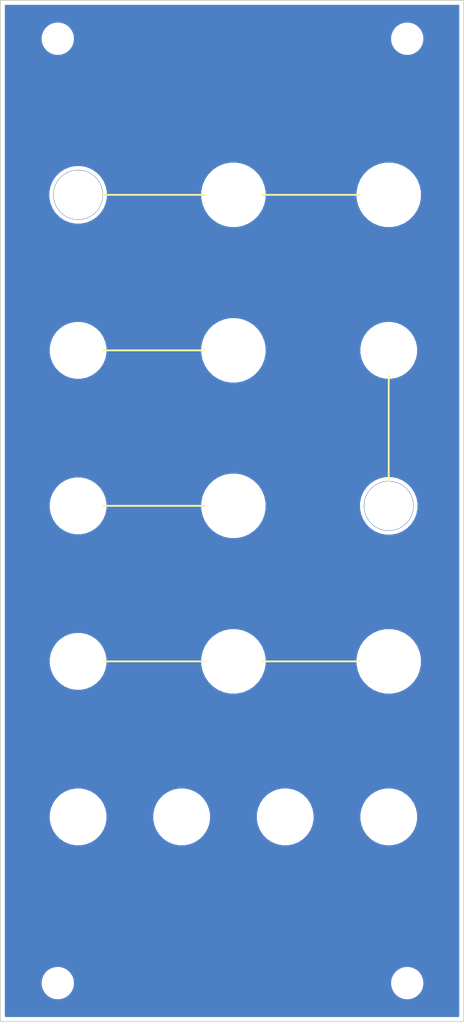
<source format=kicad_pcb>
(kicad_pcb (version 20171130) (host pcbnew "(5.1.4)-1")

  (general
    (thickness 1.6)
    (drawings 11)
    (tracks 0)
    (zones 0)
    (modules 24)
    (nets 1)
  )

  (page A4)
  (title_block
    (title X4046)
    (date 2019-09-02)
    (rev R01)
    (comment 1 "Panel PCB")
    (comment 2 "Original design by Thomas Henry")
    (comment 4 "License CC BY 4.0 - Attribution 4.0 International")
  )

  (layers
    (0 F.Cu signal)
    (31 B.Cu signal)
    (32 B.Adhes user)
    (33 F.Adhes user)
    (34 B.Paste user)
    (35 F.Paste user)
    (36 B.SilkS user)
    (37 F.SilkS user)
    (38 B.Mask user)
    (39 F.Mask user)
    (40 Dwgs.User user)
    (41 Cmts.User user)
    (42 Eco1.User user)
    (43 Eco2.User user)
    (44 Edge.Cuts user)
    (45 Margin user)
    (46 B.CrtYd user)
    (47 F.CrtYd user)
    (48 B.Fab user)
    (49 F.Fab user)
  )

  (setup
    (last_trace_width 0.25)
    (trace_clearance 0.2)
    (zone_clearance 0.508)
    (zone_45_only no)
    (trace_min 0.2)
    (via_size 0.8)
    (via_drill 0.4)
    (via_min_size 0.4)
    (via_min_drill 0.3)
    (uvia_size 0.3)
    (uvia_drill 0.1)
    (uvias_allowed no)
    (uvia_min_size 0.2)
    (uvia_min_drill 0.1)
    (edge_width 0.05)
    (segment_width 0.2)
    (pcb_text_width 0.3)
    (pcb_text_size 1.5 1.5)
    (mod_edge_width 0.12)
    (mod_text_size 1 1)
    (mod_text_width 0.15)
    (pad_size 6.4 6.4)
    (pad_drill 6.4)
    (pad_to_mask_clearance 0.051)
    (solder_mask_min_width 0.25)
    (aux_axis_origin 0 0)
    (visible_elements 7FFFFFFF)
    (pcbplotparams
      (layerselection 0x010fc_ffffffff)
      (usegerberextensions false)
      (usegerberattributes false)
      (usegerberadvancedattributes false)
      (creategerberjobfile false)
      (excludeedgelayer false)
      (linewidth 0.150000)
      (plotframeref false)
      (viasonmask false)
      (mode 1)
      (useauxorigin false)
      (hpglpennumber 1)
      (hpglpenspeed 20)
      (hpglpendiameter 15.000000)
      (psnegative false)
      (psa4output false)
      (plotreference true)
      (plotvalue true)
      (plotinvisibletext false)
      (padsonsilk false)
      (subtractmaskfromsilk false)
      (outputformat 1)
      (mirror false)
      (drillshape 0)
      (scaleselection 1)
      (outputdirectory "./gerbers"))
  )

  (net 0 "")

  (net_class Default "This is the default net class."
    (clearance 0.2)
    (trace_width 0.25)
    (via_dia 0.8)
    (via_drill 0.4)
    (uvia_dia 0.3)
    (uvia_drill 0.1)
  )

  (module elektrophon:waveshape_square (layer F.Cu) (tedit 5D6AF935) (tstamp 5EBD67D2)
    (at 76.2 131.826)
    (descr "Imported from ../../lib/kicad/elektrophon.pretty/saw.svg")
    (tags svg2mod)
    (attr smd)
    (fp_text reference svg2mod (at 0 -4.58823) (layer F.SilkS) hide
      (effects (font (size 1.524 1.524) (thickness 0.3048)))
    )
    (fp_text value G*** (at 0 11.176) (layer F.SilkS) hide
      (effects (font (size 1.524 1.524) (thickness 0.3048)))
    )
    (fp_line (start 2.032 9.652) (end 2.032 8.128) (layer F.Mask) (width 0.5))
    (fp_line (start 0 9.652) (end 2.032 9.652) (layer F.Mask) (width 0.5))
    (fp_line (start 0 7.112) (end 0 9.652) (layer F.Mask) (width 0.5))
    (fp_line (start -2.032 7.09577) (end -0.207183 7.09617) (layer F.Mask) (width 0.5))
    (fp_line (start -2.032 8.62667) (end -2.032 7.112) (layer F.Mask) (width 0.5))
  )

  (module elektrophon:waveshape_sine (layer F.Cu) (tedit 5D6AF917) (tstamp 5EBD6759)
    (at 62.653332 131.770809)
    (descr "Imported from ../../lib/kicad/elektrophon.pretty/sine.svg")
    (tags svg2mod)
    (attr smd)
    (fp_text reference svg2mod (at 0 -4.119191) (layer F.SilkS) hide
      (effects (font (size 1.524 1.524) (thickness 0.3048)))
    )
    (fp_text value G*** (at 0 11.684) (layer F.SilkS) hide
      (effects (font (size 1.524 1.524) (thickness 0.3048)))
    )
    (fp_line (start 2.333448 8.858449) (end 2.538214 8.476346) (layer F.Mask) (width 0.5))
    (fp_line (start 1.772845 9.510977) (end 2.333448 8.858449) (layer F.Mask) (width 0.5))
    (fp_line (start 1.384272 9.707191) (end 1.772845 9.510977) (layer F.Mask) (width 0.5))
    (fp_line (start 0.936943 9.693258) (end 1.384272 9.707191) (layer F.Mask) (width 0.5))
    (fp_line (start 0.440923 9.376595) (end 0.936943 9.693258) (layer F.Mask) (width 0.5))
    (fp_line (start -0.093719 8.664618) (end 0.440923 9.376595) (layer F.Mask) (width 0.5))
    (fp_line (start -0.620307 7.94493) (end -0.093719 8.664618) (layer F.Mask) (width 0.5))
    (fp_line (start -1.095093 7.607769) (end -0.620307 7.94493) (layer F.Mask) (width 0.5))
    (fp_line (start -1.512403 7.564809) (end -1.095093 7.607769) (layer F.Mask) (width 0.5))
    (fp_line (start -1.866564 7.727725) (end -1.512403 7.564809) (layer F.Mask) (width 0.5))
    (fp_line (start -2.362736 8.317877) (end -1.866564 7.727725) (layer F.Mask) (width 0.5))
    (fp_line (start -2.538214 8.671618) (end -2.362736 8.317877) (layer F.Mask) (width 0.5))
  )

  (module elektrophon:waveshape_saw (layer F.Cu) (tedit 5D6AF863) (tstamp 5EBD671C)
    (at 49.106666 131.826)
    (descr "Imported from ../../lib/kicad/elektrophon.pretty/fall.svg")
    (tags svg2mod)
    (attr smd)
    (fp_text reference svg2mod (at 0 -4.69341) (layer F.SilkS) hide
      (effects (font (size 1.524 1.524) (thickness 0.3048)))
    )
    (fp_text value G*** (at 0 11.684) (layer F.SilkS) hide
      (effects (font (size 1.524 1.524) (thickness 0.3048)))
    )
    (fp_line (start -1.016 7.49859) (end 2.54 9.652) (layer F.Mask) (width 0.5))
    (fp_line (start -1.016 9.652) (end -1.016 7.62) (layer F.Mask) (width 0.5))
  )

  (module elektrophon:waveshape_triangle (layer F.Cu) (tedit 5D6AF949) (tstamp 5EBD66FA)
    (at 35.56 131.96333)
    (descr "Imported from ../../lib/kicad/elektrophon.pretty/triangle.svg")
    (tags svg2mod)
    (attr smd)
    (fp_text reference svg2mod (at 0 -4.43467) (layer F.SilkS) hide
      (effects (font (size 1.524 1.524) (thickness 0.3048)))
    )
    (fp_text value G*** (at 0 11.176) (layer F.SilkS) hide
      (effects (font (size 1.524 1.524) (thickness 0.3048)))
    )
    (fp_line (start 1.524 9.51467) (end 2.54 7.82361) (layer F.Mask) (width 0.5))
    (fp_line (start -0.508 6.604) (end 1.524 9.51467) (layer F.Mask) (width 0.5))
    (fp_line (start -2.032 8.636) (end -0.508 6.604) (layer F.Mask) (width 0.5))
  )

  (module elektrophon:panel_potentiometer (layer F.Cu) (tedit 5DA46CEF) (tstamp 5DD36E24)
    (at 55.88 91.44)
    (descr "Mounting Hole 8.4mm, no annular, M8")
    (tags "mounting hole 8.4mm no annular m8")
    (path /5DD362E9)
    (attr virtual)
    (fp_text reference H13 (at 0 -9.4) (layer F.SilkS) hide
      (effects (font (size 1 1) (thickness 0.15)))
    )
    (fp_text value ATTEN (at 0 9.144) (layer F.Mask) hide
      (effects (font (size 2 1.4) (thickness 0.25)))
    )
    (fp_circle (center 0 0) (end 6.6 0) (layer F.CrtYd) (width 0.05))
    (fp_circle (center 0 0) (end 6.35 0) (layer Cmts.User) (width 0.15))
    (fp_text user %R (at 0.3 0) (layer F.Fab) hide
      (effects (font (size 1 1) (thickness 0.15)))
    )
    (pad "" np_thru_hole circle (at 0 0) (size 7.4 7.4) (drill 7.4) (layers *.Cu *.Mask))
    (model "${KIPRJMOD}/../../../lib/kicad/models/chroma cap.step"
      (offset (xyz 0 0 8))
      (scale (xyz 1 1 1))
      (rotate (xyz -90 0 0))
    )
  )

  (module elektrophon:panel_potentiometer (layer F.Cu) (tedit 5DA46CEF) (tstamp 5EBD0C09)
    (at 55.88 111.76)
    (descr "Mounting Hole 8.4mm, no annular, M8")
    (tags "mounting hole 8.4mm no annular m8")
    (path /5D6B1F10)
    (attr virtual)
    (fp_text reference H12 (at 0 -9.4) (layer F.SilkS) hide
      (effects (font (size 1 1) (thickness 0.15)))
    )
    (fp_text value ATTEN (at 0 9.144) (layer F.Mask) hide
      (effects (font (size 2 1.4) (thickness 0.25)))
    )
    (fp_circle (center 0 0) (end 6.6 0) (layer F.CrtYd) (width 0.05))
    (fp_circle (center 0 0) (end 6.35 0) (layer Cmts.User) (width 0.15))
    (fp_text user %R (at 0.3 0) (layer F.Fab) hide
      (effects (font (size 1 1) (thickness 0.15)))
    )
    (pad "" np_thru_hole circle (at 0 0) (size 7.4 7.4) (drill 7.4) (layers *.Cu *.Mask))
    (model "${KIPRJMOD}/../../../lib/kicad/models/chroma cap.step"
      (offset (xyz 0 0 8))
      (scale (xyz 1 1 1))
      (rotate (xyz -90 0 0))
    )
  )

  (module elektrophon:panel_potentiometer (layer F.Cu) (tedit 5DA46CEF) (tstamp 5EBD0C01)
    (at 55.88 50.8)
    (descr "Mounting Hole 8.4mm, no annular, M8")
    (tags "mounting hole 8.4mm no annular m8")
    (path /5D6B4FBA)
    (attr virtual)
    (fp_text reference H11 (at 0 -9.4) (layer F.SilkS) hide
      (effects (font (size 1 1) (thickness 0.15)))
    )
    (fp_text value coarse (at 0 9.144) (layer F.Mask)
      (effects (font (size 2 1.4) (thickness 0.25)))
    )
    (fp_circle (center 0 0) (end 6.6 0) (layer F.CrtYd) (width 0.05))
    (fp_circle (center 0 0) (end 6.35 0) (layer Cmts.User) (width 0.15))
    (fp_text user %R (at 0.3 0) (layer F.Fab)
      (effects (font (size 1 1) (thickness 0.15)))
    )
    (pad "" np_thru_hole circle (at 0 0) (size 7.4 7.4) (drill 7.4) (layers *.Cu *.Mask))
    (model "${KIPRJMOD}/../../../lib/kicad/models/chroma cap.step"
      (offset (xyz 0 0 8))
      (scale (xyz 1 1 1))
      (rotate (xyz -90 0 0))
    )
  )

  (module elektrophon:panel_potentiometer (layer F.Cu) (tedit 5DA46CEF) (tstamp 5DA326EC)
    (at 55.88 71.12)
    (descr "Mounting Hole 8.4mm, no annular, M8")
    (tags "mounting hole 8.4mm no annular m8")
    (path /5D6B1F16)
    (attr virtual)
    (fp_text reference H10 (at 0 -9.4) (layer F.SilkS) hide
      (effects (font (size 1 1) (thickness 0.15)))
    )
    (fp_text value ATTEN (at 0 9.144) (layer F.Mask) hide
      (effects (font (size 2 1.4) (thickness 0.25)))
    )
    (fp_circle (center 0 0) (end 6.6 0) (layer F.CrtYd) (width 0.05))
    (fp_circle (center 0 0) (end 6.35 0) (layer Cmts.User) (width 0.15))
    (fp_text user %R (at 0.3 0) (layer F.Fab) hide
      (effects (font (size 1 1) (thickness 0.15)))
    )
    (pad "" np_thru_hole circle (at 0 0) (size 7.4 7.4) (drill 7.4) (layers *.Cu *.Mask))
    (model "${KIPRJMOD}/../../../lib/kicad/models/chroma cap.step"
      (offset (xyz 0 0 8))
      (scale (xyz 1 1 1))
      (rotate (xyz -90 0 0))
    )
  )

  (module elektrophon:SWITCH_HOLE (layer F.Cu) (tedit 5D6AF1FE) (tstamp 5EBD0C25)
    (at 76.2 91.44)
    (path /5D6AF633)
    (fp_text reference H16 (at 0 -6.604) (layer F.SilkS) hide
      (effects (font (size 1 1) (thickness 0.15)))
    )
    (fp_text value sync (at 0 8.636) (layer F.Mask)
      (effects (font (size 2 1.4) (thickness 0.25)))
    )
    (pad "" np_thru_hole circle (at 0 0) (size 6.5 6.5) (drill 6.4) (layers *.Cu *.Mask)
      (zone_connect 0))
    (model "/home/etienne/Projects/elektrophon/lib/kicad/models/SPDT Toggle Switch.stp"
      (offset (xyz 12.5 3.5 -11.5))
      (scale (xyz 1 1 1))
      (rotate (xyz -90 0 0))
    )
  )

  (module elektrophon:panel_potentiometer (layer F.Cu) (tedit 5DA46CEF) (tstamp 5EBD0C20)
    (at 76.2 111.76)
    (descr "Mounting Hole 8.4mm, no annular, M8")
    (tags "mounting hole 8.4mm no annular m8")
    (path /5D6B1F1C)
    (attr virtual)
    (fp_text reference H15 (at 0 -9.4) (layer F.SilkS) hide
      (effects (font (size 1 1) (thickness 0.15)))
    )
    (fp_text value initial (at 0 9.144) (layer F.Mask)
      (effects (font (size 2 1.4) (thickness 0.25)))
    )
    (fp_circle (center 0 0) (end 6.6 0) (layer F.CrtYd) (width 0.05))
    (fp_circle (center 0 0) (end 6.35 0) (layer Cmts.User) (width 0.15))
    (fp_text user %R (at 0.3 0) (layer F.Fab)
      (effects (font (size 1 1) (thickness 0.15)))
    )
    (pad "" np_thru_hole circle (at 0 0) (size 7.4 7.4) (drill 7.4) (layers *.Cu *.Mask))
    (model "${KIPRJMOD}/../../../lib/kicad/models/chroma cap.step"
      (offset (xyz 0 0 8))
      (scale (xyz 1 1 1))
      (rotate (xyz -90 0 0))
    )
  )

  (module elektrophon:panel_potentiometer (layer F.Cu) (tedit 5DA46CEF) (tstamp 5EBD0C18)
    (at 76.2 50.8)
    (descr "Mounting Hole 8.4mm, no annular, M8")
    (tags "mounting hole 8.4mm no annular m8")
    (path /5D6B18DA)
    (attr virtual)
    (fp_text reference H14 (at 0 -9.4) (layer F.SilkS) hide
      (effects (font (size 1 1) (thickness 0.15)))
    )
    (fp_text value fine (at 0 9.144) (layer F.Mask)
      (effects (font (size 2 1.4) (thickness 0.25)))
    )
    (fp_circle (center 0 0) (end 6.6 0) (layer F.CrtYd) (width 0.05))
    (fp_circle (center 0 0) (end 6.35 0) (layer Cmts.User) (width 0.15))
    (fp_text user %R (at 0.3 0) (layer F.Fab)
      (effects (font (size 1 1) (thickness 0.15)))
    )
    (pad "" np_thru_hole circle (at 0 0) (size 7.4 7.4) (drill 7.4) (layers *.Cu *.Mask))
    (model "${KIPRJMOD}/../../../lib/kicad/models/chroma cap.step"
      (offset (xyz 0 0 8))
      (scale (xyz 1 1 1))
      (rotate (xyz -90 0 0))
    )
  )

  (module elektrophon:panel_jack (layer F.Cu) (tedit 5DA46DDA) (tstamp 5EBD0BF2)
    (at 76.2 132.08)
    (descr "Mounting Hole 8.4mm, no annular, M8")
    (tags "mounting hole 8.4mm no annular m8")
    (path /5EBD4436)
    (attr virtual)
    (fp_text reference H9 (at 0 -9.4) (layer F.SilkS) hide
      (effects (font (size 1 1) (thickness 0.15)))
    )
    (fp_text value PULSE (at 0 9.144) (layer F.Mask) hide
      (effects (font (size 2 1.4) (thickness 0.25)))
    )
    (fp_circle (center 0 0) (end 4.2 0) (layer F.CrtYd) (width 0.05))
    (fp_circle (center 0 0) (end 4 0) (layer Cmts.User) (width 0.15))
    (fp_text user %R (at 0.3 0) (layer F.Fab) hide
      (effects (font (size 1 1) (thickness 0.15)))
    )
    (pad "" np_thru_hole circle (at 0 0) (size 6.4 6.4) (drill 6.4) (layers *.Cu *.Mask))
    (model "${KIPRJMOD}/../../../lib/kicad/models/PJ301M-12 Thonkiconn v0.2.stp"
      (offset (xyz 0 0.8 -10.5))
      (scale (xyz 1 1 1))
      (rotate (xyz 0 0 0))
    )
  )

  (module elektrophon:panel_jack (layer F.Cu) (tedit 5DA46DDA) (tstamp 5EBD0BEA)
    (at 62.653332 132.08)
    (descr "Mounting Hole 8.4mm, no annular, M8")
    (tags "mounting hole 8.4mm no annular m8")
    (path /5EBD42F6)
    (attr virtual)
    (fp_text reference H8 (at 0 -9.4) (layer F.SilkS) hide
      (effects (font (size 1 1) (thickness 0.15)))
    )
    (fp_text value SINE (at 0 9.144) (layer F.Mask) hide
      (effects (font (size 2 1.4) (thickness 0.25)))
    )
    (fp_circle (center 0 0) (end 4.2 0) (layer F.CrtYd) (width 0.05))
    (fp_circle (center 0 0) (end 4 0) (layer Cmts.User) (width 0.15))
    (fp_text user %R (at 0.3 0) (layer F.Fab) hide
      (effects (font (size 1 1) (thickness 0.15)))
    )
    (pad "" np_thru_hole circle (at 0 0) (size 6.4 6.4) (drill 6.4) (layers *.Cu *.Mask))
    (model "${KIPRJMOD}/../../../lib/kicad/models/PJ301M-12 Thonkiconn v0.2.stp"
      (offset (xyz 0 0.8 -10.5))
      (scale (xyz 1 1 1))
      (rotate (xyz 0 0 0))
    )
  )

  (module elektrophon:panel_jack (layer F.Cu) (tedit 5DA46DDA) (tstamp 5EBD0BE2)
    (at 49.106666 132.08)
    (descr "Mounting Hole 8.4mm, no annular, M8")
    (tags "mounting hole 8.4mm no annular m8")
    (path /5EBD41FF)
    (attr virtual)
    (fp_text reference H7 (at 0 -9.4) (layer F.SilkS) hide
      (effects (font (size 1 1) (thickness 0.15)))
    )
    (fp_text value SAW (at 0 9.144) (layer F.Mask) hide
      (effects (font (size 2 1.4) (thickness 0.25)))
    )
    (fp_circle (center 0 0) (end 4.2 0) (layer F.CrtYd) (width 0.05))
    (fp_circle (center 0 0) (end 4 0) (layer Cmts.User) (width 0.15))
    (fp_text user %R (at 0.3 0) (layer F.Fab) hide
      (effects (font (size 1 1) (thickness 0.15)))
    )
    (pad "" np_thru_hole circle (at 0 0) (size 6.4 6.4) (drill 6.4) (layers *.Cu *.Mask))
    (model "${KIPRJMOD}/../../../lib/kicad/models/PJ301M-12 Thonkiconn v0.2.stp"
      (offset (xyz 0 0.8 -10.5))
      (scale (xyz 1 1 1))
      (rotate (xyz 0 0 0))
    )
  )

  (module elektrophon:panel_jack (layer F.Cu) (tedit 5DA46DDA) (tstamp 5EBD0BDA)
    (at 76.2 71.12)
    (descr "Mounting Hole 8.4mm, no annular, M8")
    (tags "mounting hole 8.4mm no annular m8")
    (path /5DD35930)
    (attr virtual)
    (fp_text reference H6 (at 0 -9.4) (layer F.SilkS) hide
      (effects (font (size 1 1) (thickness 0.15)))
    )
    (fp_text value SYNC (at 0 9.144) (layer F.Mask) hide
      (effects (font (size 2 1.4) (thickness 0.25)))
    )
    (fp_circle (center 0 0) (end 4.2 0) (layer F.CrtYd) (width 0.05))
    (fp_circle (center 0 0) (end 4 0) (layer Cmts.User) (width 0.15))
    (fp_text user %R (at 0.3 0) (layer F.Fab) hide
      (effects (font (size 1 1) (thickness 0.15)))
    )
    (pad "" np_thru_hole circle (at 0 0) (size 6.4 6.4) (drill 6.4) (layers *.Cu *.Mask))
    (model "${KIPRJMOD}/../../../lib/kicad/models/PJ301M-12 Thonkiconn v0.2.stp"
      (offset (xyz 0 0.8 -10.5))
      (scale (xyz 1 1 1))
      (rotate (xyz 0 0 0))
    )
  )

  (module elektrophon:panel_jack (layer F.Cu) (tedit 5DA46DDA) (tstamp 5EBD0BD2)
    (at 35.56 111.76)
    (descr "Mounting Hole 8.4mm, no annular, M8")
    (tags "mounting hole 8.4mm no annular m8")
    (path /5D6B18CE)
    (attr virtual)
    (fp_text reference H5 (at 0 -9.4) (layer F.SilkS) hide
      (effects (font (size 1 1) (thickness 0.15)))
    )
    (fp_text value pwm (at 0 9.144) (layer F.Mask)
      (effects (font (size 2 1.4) (thickness 0.25)))
    )
    (fp_circle (center 0 0) (end 4.2 0) (layer F.CrtYd) (width 0.05))
    (fp_circle (center 0 0) (end 4 0) (layer Cmts.User) (width 0.15))
    (fp_text user %R (at 0.3 0) (layer F.Fab)
      (effects (font (size 1 1) (thickness 0.15)))
    )
    (pad "" np_thru_hole circle (at 0 0) (size 6.4 6.4) (drill 6.4) (layers *.Cu *.Mask))
    (model "${KIPRJMOD}/../../../lib/kicad/models/PJ301M-12 Thonkiconn v0.2.stp"
      (offset (xyz 0 0.8 -10.5))
      (scale (xyz 1 1 1))
      (rotate (xyz 0 0 0))
    )
  )

  (module elektrophon:SWITCH_HOLE (layer F.Cu) (tedit 5D6AF1FE) (tstamp 5EBD0BCA)
    (at 35.56 50.8)
    (path /5DA3331D)
    (fp_text reference H4 (at 0 -6.604) (layer F.SilkS) hide
      (effects (font (size 1 1) (thickness 0.15)))
    )
    (fp_text value 1v/oct (at 0 8.636) (layer F.Mask)
      (effects (font (size 2 1.4) (thickness 0.25)))
    )
    (pad "" np_thru_hole circle (at 0 0) (size 6.5 6.5) (drill 6.4) (layers *.Cu *.Mask)
      (zone_connect 0))
    (model "/home/etienne/Projects/elektrophon/lib/kicad/models/SPDT Toggle Switch.stp"
      (offset (xyz 12.5 3.5 -11.5))
      (scale (xyz 1 1 1))
      (rotate (xyz -90 0 0))
    )
  )

  (module elektrophon:panel_jack (layer F.Cu) (tedit 5DA46DDA) (tstamp 5EBD0BC5)
    (at 35.56 91.44)
    (descr "Mounting Hole 8.4mm, no annular, M8")
    (tags "mounting hole 8.4mm no annular m8")
    (path /5DE3D3E9)
    (attr virtual)
    (fp_text reference H3 (at 0 -9.4) (layer F.SilkS) hide
      (effects (font (size 1 1) (thickness 0.15)))
    )
    (fp_text value "lin fm" (at 0 9.144) (layer F.Mask)
      (effects (font (size 2 1.4) (thickness 0.25)))
    )
    (fp_circle (center 0 0) (end 4.2 0) (layer F.CrtYd) (width 0.05))
    (fp_circle (center 0 0) (end 4 0) (layer Cmts.User) (width 0.15))
    (fp_text user %R (at 0.3 0) (layer F.Fab)
      (effects (font (size 1 1) (thickness 0.15)))
    )
    (pad "" np_thru_hole circle (at 0 0) (size 6.4 6.4) (drill 6.4) (layers *.Cu *.Mask))
    (model "${KIPRJMOD}/../../../lib/kicad/models/PJ301M-12 Thonkiconn v0.2.stp"
      (offset (xyz 0 0.8 -10.5))
      (scale (xyz 1 1 1))
      (rotate (xyz 0 0 0))
    )
  )

  (module elektrophon:panel_jack (layer F.Cu) (tedit 5DA46DDA) (tstamp 5EBD0BB6)
    (at 35.56 132.08)
    (descr "Mounting Hole 8.4mm, no annular, M8")
    (tags "mounting hole 8.4mm no annular m8")
    (path /5EBD4082)
    (attr virtual)
    (fp_text reference H1 (at 0 -9.4) (layer F.SilkS) hide
      (effects (font (size 1 1) (thickness 0.15)))
    )
    (fp_text value TRIANGLE (at 0 9.144) (layer F.Mask) hide
      (effects (font (size 2 1.4) (thickness 0.25)))
    )
    (fp_circle (center 0 0) (end 4.2 0) (layer F.CrtYd) (width 0.05))
    (fp_circle (center 0 0) (end 4 0) (layer Cmts.User) (width 0.15))
    (fp_text user %R (at 0.3 0) (layer F.Fab) hide
      (effects (font (size 1 1) (thickness 0.15)))
    )
    (pad "" np_thru_hole circle (at 0 0) (size 6.4 6.4) (drill 6.4) (layers *.Cu *.Mask))
    (model "${KIPRJMOD}/../../../lib/kicad/models/PJ301M-12 Thonkiconn v0.2.stp"
      (offset (xyz 0 0.8 -10.5))
      (scale (xyz 1 1 1))
      (rotate (xyz 0 0 0))
    )
  )

  (module elektrophon:panel_jack (layer F.Cu) (tedit 5DA46DDA) (tstamp 5DA32690)
    (at 35.56 71.12)
    (descr "Mounting Hole 8.4mm, no annular, M8")
    (tags "mounting hole 8.4mm no annular m8")
    (path /5D6AF58E)
    (attr virtual)
    (fp_text reference H2 (at 0 -9.4) (layer F.SilkS) hide
      (effects (font (size 1 1) (thickness 0.15)))
    )
    (fp_text value "exp fm" (at 0 9.144) (layer F.Mask)
      (effects (font (size 2 1.4) (thickness 0.25)))
    )
    (fp_circle (center 0 0) (end 4.2 0) (layer F.CrtYd) (width 0.05))
    (fp_circle (center 0 0) (end 4 0) (layer Cmts.User) (width 0.15))
    (fp_text user %R (at 0.3 0) (layer F.Fab) hide
      (effects (font (size 1 1) (thickness 0.15)))
    )
    (pad "" np_thru_hole circle (at 0 0) (size 6.4 6.4) (drill 6.4) (layers *.Cu *.Mask))
    (model "${KIPRJMOD}/../../../lib/kicad/models/PJ301M-12 Thonkiconn v0.2.stp"
      (offset (xyz 0 0.8 -10.5))
      (scale (xyz 1 1 1))
      (rotate (xyz 0 0 0))
    )
  )

  (module MountingHole:MountingHole_3.2mm_M3 locked (layer F.Cu) (tedit 56D1B4CB) (tstamp 5D6C7189)
    (at 78.62 153.8)
    (descr "Mounting Hole 3.2mm, no annular, M3")
    (tags "mounting hole 3.2mm no annular m3")
    (path /5D6C254B)
    (attr virtual)
    (fp_text reference H20 (at 0 -4.2) (layer F.SilkS) hide
      (effects (font (size 1 1) (thickness 0.15)))
    )
    (fp_text value MountingHole (at 0 4.2) (layer F.Fab) hide
      (effects (font (size 1 1) (thickness 0.15)))
    )
    (fp_circle (center 0 0) (end 3.45 0) (layer F.CrtYd) (width 0.05))
    (fp_circle (center 0 0) (end 3.2 0) (layer Cmts.User) (width 0.15))
    (fp_text user %R (at 0.3 0) (layer F.Fab) hide
      (effects (font (size 1 1) (thickness 0.15)))
    )
    (pad 1 np_thru_hole circle (at 0 0) (size 3.2 3.2) (drill 3.2) (layers *.Cu *.Mask))
  )

  (module MountingHole:MountingHole_3.2mm_M3 locked (layer F.Cu) (tedit 56D1B4CB) (tstamp 5D6C7181)
    (at 78.62 30.4)
    (descr "Mounting Hole 3.2mm, no annular, M3")
    (tags "mounting hole 3.2mm no annular m3")
    (path /5D6C22FB)
    (attr virtual)
    (fp_text reference H19 (at 0 -4.2) (layer F.SilkS) hide
      (effects (font (size 1 1) (thickness 0.15)))
    )
    (fp_text value MountingHole (at 0 4.2) (layer F.Fab) hide
      (effects (font (size 1 1) (thickness 0.15)))
    )
    (fp_circle (center 0 0) (end 3.45 0) (layer F.CrtYd) (width 0.05))
    (fp_circle (center 0 0) (end 3.2 0) (layer Cmts.User) (width 0.15))
    (fp_text user %R (at 0.3 0) (layer F.Fab) hide
      (effects (font (size 1 1) (thickness 0.15)))
    )
    (pad 1 np_thru_hole circle (at 0 0) (size 3.2 3.2) (drill 3.2) (layers *.Cu *.Mask))
  )

  (module MountingHole:MountingHole_3.2mm_M3 locked (layer F.Cu) (tedit 56D1B4CB) (tstamp 5D6C7179)
    (at 32.9 153.8)
    (descr "Mounting Hole 3.2mm, no annular, M3")
    (tags "mounting hole 3.2mm no annular m3")
    (path /5D6C2167)
    (attr virtual)
    (fp_text reference H18 (at 0 -4.2) (layer F.SilkS) hide
      (effects (font (size 1 1) (thickness 0.15)))
    )
    (fp_text value MountingHole (at 0 4.2) (layer F.Fab) hide
      (effects (font (size 1 1) (thickness 0.15)))
    )
    (fp_circle (center 0 0) (end 3.45 0) (layer F.CrtYd) (width 0.05))
    (fp_circle (center 0 0) (end 3.2 0) (layer Cmts.User) (width 0.15))
    (fp_text user %R (at 0.3 0) (layer F.Fab) hide
      (effects (font (size 1 1) (thickness 0.15)))
    )
    (pad 1 np_thru_hole circle (at 0 0) (size 3.2 3.2) (drill 3.2) (layers *.Cu *.Mask))
  )

  (module MountingHole:MountingHole_3.2mm_M3 locked (layer F.Cu) (tedit 56D1B4CB) (tstamp 5D6C7171)
    (at 32.9 30.4)
    (descr "Mounting Hole 3.2mm, no annular, M3")
    (tags "mounting hole 3.2mm no annular m3")
    (path /5D6C1F77)
    (attr virtual)
    (fp_text reference H17 (at 0 -4.2) (layer F.SilkS) hide
      (effects (font (size 1 1) (thickness 0.15)))
    )
    (fp_text value MountingHole (at 0 4.2) (layer F.Fab) hide
      (effects (font (size 1 1) (thickness 0.15)))
    )
    (fp_circle (center 0 0) (end 3.45 0) (layer F.CrtYd) (width 0.05))
    (fp_circle (center 0 0) (end 3.2 0) (layer Cmts.User) (width 0.15))
    (fp_text user %R (at 0.3 0) (layer F.Fab) hide
      (effects (font (size 1 1) (thickness 0.15)))
    )
    (pad 1 np_thru_hole circle (at 0 0) (size 3.2 3.2) (drill 3.2) (layers *.Cu *.Mask))
  )

  (gr_line (start 35.56 111.76) (end 76.2 111.76) (layer F.SilkS) (width 0.25))
  (gr_line (start 55.88 91.44) (end 35.56 91.44) (layer F.SilkS) (width 0.25))
  (gr_line (start 76.2 71.12) (end 76.2 91.44) (layer F.SilkS) (width 0.25))
  (gr_line (start 35.56 71.12) (end 55.88 71.12) (layer F.SilkS) (width 0.25))
  (gr_line (start 35.56 50.8) (end 76.2 50.8) (layer F.SilkS) (width 0.25))
  (gr_text R01 (at 69.85 153.67) (layer F.Cu)
    (effects (font (size 2 1.4) (thickness 0.25)))
  )
  (gr_text "vco\n" (at 55.88 30.48) (layer F.Mask)
    (effects (font (size 3 3) (thickness 0.35)))
  )
  (gr_line (start 86 158.8) (end 25.4 158.8) (layer Edge.Cuts) (width 0.12))
  (gr_line (start 86 25.4) (end 86 158.8) (layer Edge.Cuts) (width 0.12))
  (gr_line (start 25.4 25.4) (end 25.4 158.8) (layer Edge.Cuts) (width 0.12))
  (gr_line (start 25.4 25.4) (end 86 25.4) (layer Edge.Cuts) (width 0.12))

  (zone (net 0) (net_name "") (layer B.Cu) (tstamp 5D6DC77A) (hatch edge 0.508)
    (connect_pads (clearance 0.508))
    (min_thickness 0.254)
    (fill yes (arc_segments 32) (thermal_gap 0.508) (thermal_bridge_width 0.508))
    (polygon
      (pts
        (xy 25.43 25.4) (xy 85.882 25.751) (xy 85.822 159.161) (xy 25.4 158.75)
      )
    )
    (filled_polygon
      (pts
        (xy 85.305001 158.105) (xy 26.095 158.105) (xy 26.095 153.579872) (xy 30.665 153.579872) (xy 30.665 154.020128)
        (xy 30.75089 154.451925) (xy 30.919369 154.858669) (xy 31.163962 155.224729) (xy 31.475271 155.536038) (xy 31.841331 155.780631)
        (xy 32.248075 155.94911) (xy 32.679872 156.035) (xy 33.120128 156.035) (xy 33.551925 155.94911) (xy 33.958669 155.780631)
        (xy 34.324729 155.536038) (xy 34.636038 155.224729) (xy 34.880631 154.858669) (xy 35.04911 154.451925) (xy 35.135 154.020128)
        (xy 35.135 153.579872) (xy 76.385 153.579872) (xy 76.385 154.020128) (xy 76.47089 154.451925) (xy 76.639369 154.858669)
        (xy 76.883962 155.224729) (xy 77.195271 155.536038) (xy 77.561331 155.780631) (xy 77.968075 155.94911) (xy 78.399872 156.035)
        (xy 78.840128 156.035) (xy 79.271925 155.94911) (xy 79.678669 155.780631) (xy 80.044729 155.536038) (xy 80.356038 155.224729)
        (xy 80.600631 154.858669) (xy 80.76911 154.451925) (xy 80.855 154.020128) (xy 80.855 153.579872) (xy 80.76911 153.148075)
        (xy 80.600631 152.741331) (xy 80.356038 152.375271) (xy 80.044729 152.063962) (xy 79.678669 151.819369) (xy 79.271925 151.65089)
        (xy 78.840128 151.565) (xy 78.399872 151.565) (xy 77.968075 151.65089) (xy 77.561331 151.819369) (xy 77.195271 152.063962)
        (xy 76.883962 152.375271) (xy 76.639369 152.741331) (xy 76.47089 153.148075) (xy 76.385 153.579872) (xy 35.135 153.579872)
        (xy 35.04911 153.148075) (xy 34.880631 152.741331) (xy 34.636038 152.375271) (xy 34.324729 152.063962) (xy 33.958669 151.819369)
        (xy 33.551925 151.65089) (xy 33.120128 151.565) (xy 32.679872 151.565) (xy 32.248075 151.65089) (xy 31.841331 151.819369)
        (xy 31.475271 152.063962) (xy 31.163962 152.375271) (xy 30.919369 152.741331) (xy 30.75089 153.148075) (xy 30.665 153.579872)
        (xy 26.095 153.579872) (xy 26.095 131.702285) (xy 31.725 131.702285) (xy 31.725 132.457715) (xy 31.872377 133.198628)
        (xy 32.161467 133.896554) (xy 32.581161 134.52467) (xy 33.11533 135.058839) (xy 33.743446 135.478533) (xy 34.441372 135.767623)
        (xy 35.182285 135.915) (xy 35.937715 135.915) (xy 36.678628 135.767623) (xy 37.376554 135.478533) (xy 38.00467 135.058839)
        (xy 38.538839 134.52467) (xy 38.958533 133.896554) (xy 39.247623 133.198628) (xy 39.395 132.457715) (xy 39.395 131.702285)
        (xy 45.271666 131.702285) (xy 45.271666 132.457715) (xy 45.419043 133.198628) (xy 45.708133 133.896554) (xy 46.127827 134.52467)
        (xy 46.661996 135.058839) (xy 47.290112 135.478533) (xy 47.988038 135.767623) (xy 48.728951 135.915) (xy 49.484381 135.915)
        (xy 50.225294 135.767623) (xy 50.92322 135.478533) (xy 51.551336 135.058839) (xy 52.085505 134.52467) (xy 52.505199 133.896554)
        (xy 52.794289 133.198628) (xy 52.941666 132.457715) (xy 52.941666 131.702285) (xy 58.818332 131.702285) (xy 58.818332 132.457715)
        (xy 58.965709 133.198628) (xy 59.254799 133.896554) (xy 59.674493 134.52467) (xy 60.208662 135.058839) (xy 60.836778 135.478533)
        (xy 61.534704 135.767623) (xy 62.275617 135.915) (xy 63.031047 135.915) (xy 63.77196 135.767623) (xy 64.469886 135.478533)
        (xy 65.098002 135.058839) (xy 65.632171 134.52467) (xy 66.051865 133.896554) (xy 66.340955 133.198628) (xy 66.488332 132.457715)
        (xy 66.488332 131.702285) (xy 72.365 131.702285) (xy 72.365 132.457715) (xy 72.512377 133.198628) (xy 72.801467 133.896554)
        (xy 73.221161 134.52467) (xy 73.75533 135.058839) (xy 74.383446 135.478533) (xy 75.081372 135.767623) (xy 75.822285 135.915)
        (xy 76.577715 135.915) (xy 77.318628 135.767623) (xy 78.016554 135.478533) (xy 78.64467 135.058839) (xy 79.178839 134.52467)
        (xy 79.598533 133.896554) (xy 79.887623 133.198628) (xy 80.035 132.457715) (xy 80.035 131.702285) (xy 79.887623 130.961372)
        (xy 79.598533 130.263446) (xy 79.178839 129.63533) (xy 78.64467 129.101161) (xy 78.016554 128.681467) (xy 77.318628 128.392377)
        (xy 76.577715 128.245) (xy 75.822285 128.245) (xy 75.081372 128.392377) (xy 74.383446 128.681467) (xy 73.75533 129.101161)
        (xy 73.221161 129.63533) (xy 72.801467 130.263446) (xy 72.512377 130.961372) (xy 72.365 131.702285) (xy 66.488332 131.702285)
        (xy 66.340955 130.961372) (xy 66.051865 130.263446) (xy 65.632171 129.63533) (xy 65.098002 129.101161) (xy 64.469886 128.681467)
        (xy 63.77196 128.392377) (xy 63.031047 128.245) (xy 62.275617 128.245) (xy 61.534704 128.392377) (xy 60.836778 128.681467)
        (xy 60.208662 129.101161) (xy 59.674493 129.63533) (xy 59.254799 130.263446) (xy 58.965709 130.961372) (xy 58.818332 131.702285)
        (xy 52.941666 131.702285) (xy 52.794289 130.961372) (xy 52.505199 130.263446) (xy 52.085505 129.63533) (xy 51.551336 129.101161)
        (xy 50.92322 128.681467) (xy 50.225294 128.392377) (xy 49.484381 128.245) (xy 48.728951 128.245) (xy 47.988038 128.392377)
        (xy 47.290112 128.681467) (xy 46.661996 129.101161) (xy 46.127827 129.63533) (xy 45.708133 130.263446) (xy 45.419043 130.961372)
        (xy 45.271666 131.702285) (xy 39.395 131.702285) (xy 39.247623 130.961372) (xy 38.958533 130.263446) (xy 38.538839 129.63533)
        (xy 38.00467 129.101161) (xy 37.376554 128.681467) (xy 36.678628 128.392377) (xy 35.937715 128.245) (xy 35.182285 128.245)
        (xy 34.441372 128.392377) (xy 33.743446 128.681467) (xy 33.11533 129.101161) (xy 32.581161 129.63533) (xy 32.161467 130.263446)
        (xy 31.872377 130.961372) (xy 31.725 131.702285) (xy 26.095 131.702285) (xy 26.095 111.382285) (xy 31.725 111.382285)
        (xy 31.725 112.137715) (xy 31.872377 112.878628) (xy 32.161467 113.576554) (xy 32.581161 114.20467) (xy 33.11533 114.738839)
        (xy 33.743446 115.158533) (xy 34.441372 115.447623) (xy 35.182285 115.595) (xy 35.937715 115.595) (xy 36.678628 115.447623)
        (xy 37.376554 115.158533) (xy 38.00467 114.738839) (xy 38.538839 114.20467) (xy 38.958533 113.576554) (xy 39.247623 112.878628)
        (xy 39.395 112.137715) (xy 39.395 111.382285) (xy 39.385205 111.33304) (xy 51.545 111.33304) (xy 51.545 112.18696)
        (xy 51.711592 113.024473) (xy 52.038373 113.813392) (xy 52.512786 114.523401) (xy 53.116599 115.127214) (xy 53.826608 115.601627)
        (xy 54.615527 115.928408) (xy 55.45304 116.095) (xy 56.30696 116.095) (xy 57.144473 115.928408) (xy 57.933392 115.601627)
        (xy 58.643401 115.127214) (xy 59.247214 114.523401) (xy 59.721627 113.813392) (xy 60.048408 113.024473) (xy 60.215 112.18696)
        (xy 60.215 111.33304) (xy 71.865 111.33304) (xy 71.865 112.18696) (xy 72.031592 113.024473) (xy 72.358373 113.813392)
        (xy 72.832786 114.523401) (xy 73.436599 115.127214) (xy 74.146608 115.601627) (xy 74.935527 115.928408) (xy 75.77304 116.095)
        (xy 76.62696 116.095) (xy 77.464473 115.928408) (xy 78.253392 115.601627) (xy 78.963401 115.127214) (xy 79.567214 114.523401)
        (xy 80.041627 113.813392) (xy 80.368408 113.024473) (xy 80.535 112.18696) (xy 80.535 111.33304) (xy 80.368408 110.495527)
        (xy 80.041627 109.706608) (xy 79.567214 108.996599) (xy 78.963401 108.392786) (xy 78.253392 107.918373) (xy 77.464473 107.591592)
        (xy 76.62696 107.425) (xy 75.77304 107.425) (xy 74.935527 107.591592) (xy 74.146608 107.918373) (xy 73.436599 108.392786)
        (xy 72.832786 108.996599) (xy 72.358373 109.706608) (xy 72.031592 110.495527) (xy 71.865 111.33304) (xy 60.215 111.33304)
        (xy 60.048408 110.495527) (xy 59.721627 109.706608) (xy 59.247214 108.996599) (xy 58.643401 108.392786) (xy 57.933392 107.918373)
        (xy 57.144473 107.591592) (xy 56.30696 107.425) (xy 55.45304 107.425) (xy 54.615527 107.591592) (xy 53.826608 107.918373)
        (xy 53.116599 108.392786) (xy 52.512786 108.996599) (xy 52.038373 109.706608) (xy 51.711592 110.495527) (xy 51.545 111.33304)
        (xy 39.385205 111.33304) (xy 39.247623 110.641372) (xy 38.958533 109.943446) (xy 38.538839 109.31533) (xy 38.00467 108.781161)
        (xy 37.376554 108.361467) (xy 36.678628 108.072377) (xy 35.937715 107.925) (xy 35.182285 107.925) (xy 34.441372 108.072377)
        (xy 33.743446 108.361467) (xy 33.11533 108.781161) (xy 32.581161 109.31533) (xy 32.161467 109.943446) (xy 31.872377 110.641372)
        (xy 31.725 111.382285) (xy 26.095 111.382285) (xy 26.095 91.062285) (xy 31.725 91.062285) (xy 31.725 91.817715)
        (xy 31.872377 92.558628) (xy 32.161467 93.256554) (xy 32.581161 93.88467) (xy 33.11533 94.418839) (xy 33.743446 94.838533)
        (xy 34.441372 95.127623) (xy 35.182285 95.275) (xy 35.937715 95.275) (xy 36.678628 95.127623) (xy 37.376554 94.838533)
        (xy 38.00467 94.418839) (xy 38.538839 93.88467) (xy 38.958533 93.256554) (xy 39.247623 92.558628) (xy 39.395 91.817715)
        (xy 39.395 91.062285) (xy 39.385205 91.01304) (xy 51.545 91.01304) (xy 51.545 91.86696) (xy 51.711592 92.704473)
        (xy 52.038373 93.493392) (xy 52.512786 94.203401) (xy 53.116599 94.807214) (xy 53.826608 95.281627) (xy 54.615527 95.608408)
        (xy 55.45304 95.775) (xy 56.30696 95.775) (xy 57.144473 95.608408) (xy 57.933392 95.281627) (xy 58.643401 94.807214)
        (xy 59.247214 94.203401) (xy 59.721627 93.493392) (xy 60.048408 92.704473) (xy 60.215 91.86696) (xy 60.215 91.057361)
        (xy 72.315 91.057361) (xy 72.315 91.822639) (xy 72.464298 92.573213) (xy 72.757158 93.280238) (xy 73.182323 93.916543)
        (xy 73.723457 94.457677) (xy 74.359762 94.882842) (xy 75.066787 95.175702) (xy 75.817361 95.325) (xy 76.582639 95.325)
        (xy 77.333213 95.175702) (xy 78.040238 94.882842) (xy 78.676543 94.457677) (xy 79.217677 93.916543) (xy 79.642842 93.280238)
        (xy 79.935702 92.573213) (xy 80.085 91.822639) (xy 80.085 91.057361) (xy 79.935702 90.306787) (xy 79.642842 89.599762)
        (xy 79.217677 88.963457) (xy 78.676543 88.422323) (xy 78.040238 87.997158) (xy 77.333213 87.704298) (xy 76.582639 87.555)
        (xy 75.817361 87.555) (xy 75.066787 87.704298) (xy 74.359762 87.997158) (xy 73.723457 88.422323) (xy 73.182323 88.963457)
        (xy 72.757158 89.599762) (xy 72.464298 90.306787) (xy 72.315 91.057361) (xy 60.215 91.057361) (xy 60.215 91.01304)
        (xy 60.048408 90.175527) (xy 59.721627 89.386608) (xy 59.247214 88.676599) (xy 58.643401 88.072786) (xy 57.933392 87.598373)
        (xy 57.144473 87.271592) (xy 56.30696 87.105) (xy 55.45304 87.105) (xy 54.615527 87.271592) (xy 53.826608 87.598373)
        (xy 53.116599 88.072786) (xy 52.512786 88.676599) (xy 52.038373 89.386608) (xy 51.711592 90.175527) (xy 51.545 91.01304)
        (xy 39.385205 91.01304) (xy 39.247623 90.321372) (xy 38.958533 89.623446) (xy 38.538839 88.99533) (xy 38.00467 88.461161)
        (xy 37.376554 88.041467) (xy 36.678628 87.752377) (xy 35.937715 87.605) (xy 35.182285 87.605) (xy 34.441372 87.752377)
        (xy 33.743446 88.041467) (xy 33.11533 88.461161) (xy 32.581161 88.99533) (xy 32.161467 89.623446) (xy 31.872377 90.321372)
        (xy 31.725 91.062285) (xy 26.095 91.062285) (xy 26.095 70.742285) (xy 31.725 70.742285) (xy 31.725 71.497715)
        (xy 31.872377 72.238628) (xy 32.161467 72.936554) (xy 32.581161 73.56467) (xy 33.11533 74.098839) (xy 33.743446 74.518533)
        (xy 34.441372 74.807623) (xy 35.182285 74.955) (xy 35.937715 74.955) (xy 36.678628 74.807623) (xy 37.376554 74.518533)
        (xy 38.00467 74.098839) (xy 38.538839 73.56467) (xy 38.958533 72.936554) (xy 39.247623 72.238628) (xy 39.395 71.497715)
        (xy 39.395 70.742285) (xy 39.385205 70.69304) (xy 51.545 70.69304) (xy 51.545 71.54696) (xy 51.711592 72.384473)
        (xy 52.038373 73.173392) (xy 52.512786 73.883401) (xy 53.116599 74.487214) (xy 53.826608 74.961627) (xy 54.615527 75.288408)
        (xy 55.45304 75.455) (xy 56.30696 75.455) (xy 57.144473 75.288408) (xy 57.933392 74.961627) (xy 58.643401 74.487214)
        (xy 59.247214 73.883401) (xy 59.721627 73.173392) (xy 60.048408 72.384473) (xy 60.215 71.54696) (xy 60.215 70.742285)
        (xy 72.365 70.742285) (xy 72.365 71.497715) (xy 72.512377 72.238628) (xy 72.801467 72.936554) (xy 73.221161 73.56467)
        (xy 73.75533 74.098839) (xy 74.383446 74.518533) (xy 75.081372 74.807623) (xy 75.822285 74.955) (xy 76.577715 74.955)
        (xy 77.318628 74.807623) (xy 78.016554 74.518533) (xy 78.64467 74.098839) (xy 79.178839 73.56467) (xy 79.598533 72.936554)
        (xy 79.887623 72.238628) (xy 80.035 71.497715) (xy 80.035 70.742285) (xy 79.887623 70.001372) (xy 79.598533 69.303446)
        (xy 79.178839 68.67533) (xy 78.64467 68.141161) (xy 78.016554 67.721467) (xy 77.318628 67.432377) (xy 76.577715 67.285)
        (xy 75.822285 67.285) (xy 75.081372 67.432377) (xy 74.383446 67.721467) (xy 73.75533 68.141161) (xy 73.221161 68.67533)
        (xy 72.801467 69.303446) (xy 72.512377 70.001372) (xy 72.365 70.742285) (xy 60.215 70.742285) (xy 60.215 70.69304)
        (xy 60.048408 69.855527) (xy 59.721627 69.066608) (xy 59.247214 68.356599) (xy 58.643401 67.752786) (xy 57.933392 67.278373)
        (xy 57.144473 66.951592) (xy 56.30696 66.785) (xy 55.45304 66.785) (xy 54.615527 66.951592) (xy 53.826608 67.278373)
        (xy 53.116599 67.752786) (xy 52.512786 68.356599) (xy 52.038373 69.066608) (xy 51.711592 69.855527) (xy 51.545 70.69304)
        (xy 39.385205 70.69304) (xy 39.247623 70.001372) (xy 38.958533 69.303446) (xy 38.538839 68.67533) (xy 38.00467 68.141161)
        (xy 37.376554 67.721467) (xy 36.678628 67.432377) (xy 35.937715 67.285) (xy 35.182285 67.285) (xy 34.441372 67.432377)
        (xy 33.743446 67.721467) (xy 33.11533 68.141161) (xy 32.581161 68.67533) (xy 32.161467 69.303446) (xy 31.872377 70.001372)
        (xy 31.725 70.742285) (xy 26.095 70.742285) (xy 26.095 50.417361) (xy 31.675 50.417361) (xy 31.675 51.182639)
        (xy 31.824298 51.933213) (xy 32.117158 52.640238) (xy 32.542323 53.276543) (xy 33.083457 53.817677) (xy 33.719762 54.242842)
        (xy 34.426787 54.535702) (xy 35.177361 54.685) (xy 35.942639 54.685) (xy 36.693213 54.535702) (xy 37.400238 54.242842)
        (xy 38.036543 53.817677) (xy 38.577677 53.276543) (xy 39.002842 52.640238) (xy 39.295702 51.933213) (xy 39.445 51.182639)
        (xy 39.445 50.417361) (xy 39.436185 50.37304) (xy 51.545 50.37304) (xy 51.545 51.22696) (xy 51.711592 52.064473)
        (xy 52.038373 52.853392) (xy 52.512786 53.563401) (xy 53.116599 54.167214) (xy 53.826608 54.641627) (xy 54.615527 54.968408)
        (xy 55.45304 55.135) (xy 56.30696 55.135) (xy 57.144473 54.968408) (xy 57.933392 54.641627) (xy 58.643401 54.167214)
        (xy 59.247214 53.563401) (xy 59.721627 52.853392) (xy 60.048408 52.064473) (xy 60.215 51.22696) (xy 60.215 50.37304)
        (xy 71.865 50.37304) (xy 71.865 51.22696) (xy 72.031592 52.064473) (xy 72.358373 52.853392) (xy 72.832786 53.563401)
        (xy 73.436599 54.167214) (xy 74.146608 54.641627) (xy 74.935527 54.968408) (xy 75.77304 55.135) (xy 76.62696 55.135)
        (xy 77.464473 54.968408) (xy 78.253392 54.641627) (xy 78.963401 54.167214) (xy 79.567214 53.563401) (xy 80.041627 52.853392)
        (xy 80.368408 52.064473) (xy 80.535 51.22696) (xy 80.535 50.37304) (xy 80.368408 49.535527) (xy 80.041627 48.746608)
        (xy 79.567214 48.036599) (xy 78.963401 47.432786) (xy 78.253392 46.958373) (xy 77.464473 46.631592) (xy 76.62696 46.465)
        (xy 75.77304 46.465) (xy 74.935527 46.631592) (xy 74.146608 46.958373) (xy 73.436599 47.432786) (xy 72.832786 48.036599)
        (xy 72.358373 48.746608) (xy 72.031592 49.535527) (xy 71.865 50.37304) (xy 60.215 50.37304) (xy 60.048408 49.535527)
        (xy 59.721627 48.746608) (xy 59.247214 48.036599) (xy 58.643401 47.432786) (xy 57.933392 46.958373) (xy 57.144473 46.631592)
        (xy 56.30696 46.465) (xy 55.45304 46.465) (xy 54.615527 46.631592) (xy 53.826608 46.958373) (xy 53.116599 47.432786)
        (xy 52.512786 48.036599) (xy 52.038373 48.746608) (xy 51.711592 49.535527) (xy 51.545 50.37304) (xy 39.436185 50.37304)
        (xy 39.295702 49.666787) (xy 39.002842 48.959762) (xy 38.577677 48.323457) (xy 38.036543 47.782323) (xy 37.400238 47.357158)
        (xy 36.693213 47.064298) (xy 35.942639 46.915) (xy 35.177361 46.915) (xy 34.426787 47.064298) (xy 33.719762 47.357158)
        (xy 33.083457 47.782323) (xy 32.542323 48.323457) (xy 32.117158 48.959762) (xy 31.824298 49.666787) (xy 31.675 50.417361)
        (xy 26.095 50.417361) (xy 26.095 30.179872) (xy 30.665 30.179872) (xy 30.665 30.620128) (xy 30.75089 31.051925)
        (xy 30.919369 31.458669) (xy 31.163962 31.824729) (xy 31.475271 32.136038) (xy 31.841331 32.380631) (xy 32.248075 32.54911)
        (xy 32.679872 32.635) (xy 33.120128 32.635) (xy 33.551925 32.54911) (xy 33.958669 32.380631) (xy 34.324729 32.136038)
        (xy 34.636038 31.824729) (xy 34.880631 31.458669) (xy 35.04911 31.051925) (xy 35.135 30.620128) (xy 35.135 30.179872)
        (xy 76.385 30.179872) (xy 76.385 30.620128) (xy 76.47089 31.051925) (xy 76.639369 31.458669) (xy 76.883962 31.824729)
        (xy 77.195271 32.136038) (xy 77.561331 32.380631) (xy 77.968075 32.54911) (xy 78.399872 32.635) (xy 78.840128 32.635)
        (xy 79.271925 32.54911) (xy 79.678669 32.380631) (xy 80.044729 32.136038) (xy 80.356038 31.824729) (xy 80.600631 31.458669)
        (xy 80.76911 31.051925) (xy 80.855 30.620128) (xy 80.855 30.179872) (xy 80.76911 29.748075) (xy 80.600631 29.341331)
        (xy 80.356038 28.975271) (xy 80.044729 28.663962) (xy 79.678669 28.419369) (xy 79.271925 28.25089) (xy 78.840128 28.165)
        (xy 78.399872 28.165) (xy 77.968075 28.25089) (xy 77.561331 28.419369) (xy 77.195271 28.663962) (xy 76.883962 28.975271)
        (xy 76.639369 29.341331) (xy 76.47089 29.748075) (xy 76.385 30.179872) (xy 35.135 30.179872) (xy 35.04911 29.748075)
        (xy 34.880631 29.341331) (xy 34.636038 28.975271) (xy 34.324729 28.663962) (xy 33.958669 28.419369) (xy 33.551925 28.25089)
        (xy 33.120128 28.165) (xy 32.679872 28.165) (xy 32.248075 28.25089) (xy 31.841331 28.419369) (xy 31.475271 28.663962)
        (xy 31.163962 28.975271) (xy 30.919369 29.341331) (xy 30.75089 29.748075) (xy 30.665 30.179872) (xy 26.095 30.179872)
        (xy 26.095 26.095) (xy 85.305 26.095)
      )
    )
  )
)

</source>
